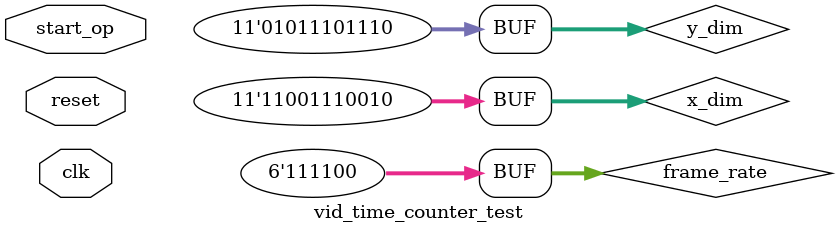
<source format=sv>
`timescale 1ns / 1ps

module vid_time_counter_test(
    input  logic        clk,
    input  logic        reset,
    input  logic        start_op
);

    gram gram(
        .clka(clk),
        .addra(address_write),
        .dina(data_in),
        .clkb(clk),
        .addrb(address_read),
        .doutb(data_out)
    );
    
    // Constants
    logic [10:0] x_dim = 11'd1650;
    logic [10:0] x_count;
    logic [10:0] y_dim = 11'd750;
    logic [10:0] y_count;
    logic [5:0] frame_rate = 6'd60;
     
    // Variable Declarations
    logic [26:0] curr_count_master;
    logic [20:0] curr_count_frame;
    logic [20:0] curr_frame;
     
    // Frame counter
    
    // x count = 0-1649
    // y count = 0-749
    always_ff @ (posedge clk) begin
         /* 
         Cases: x hits the right edge; x hits right edge and y hits bottom, none
          */
        if (reset) begin
            x_count <= 0;
            y_count <= 0;
            curr_frame <= 0;
            curr_count_master <= 0;
        end else begin
            if (x_count == x_dim-1) begin
                if (y_count == y_dim-1) begin
                    // Case; counters at the end
                    // Update frame counter, reset x and y counters
                    x_count <= 0;
                    y_count <= 0;
                    curr_frame <= curr_frame + 1;
                end else begin
                    // Case: x is at edge, y is not at end
                    x_count <= 0;
                    y_count <= y_count + 1;
                end
             end else begin
                // Case, normal
                x_count <= x_count + 1;
             end
             curr_count_master <= curr_count_master + 1;
             if (curr_count_master == x_dim * y_dim * frame_rate - 1) begin
                curr_count_master <= 0;
             end
         end
    end
    
endmodule
</source>
